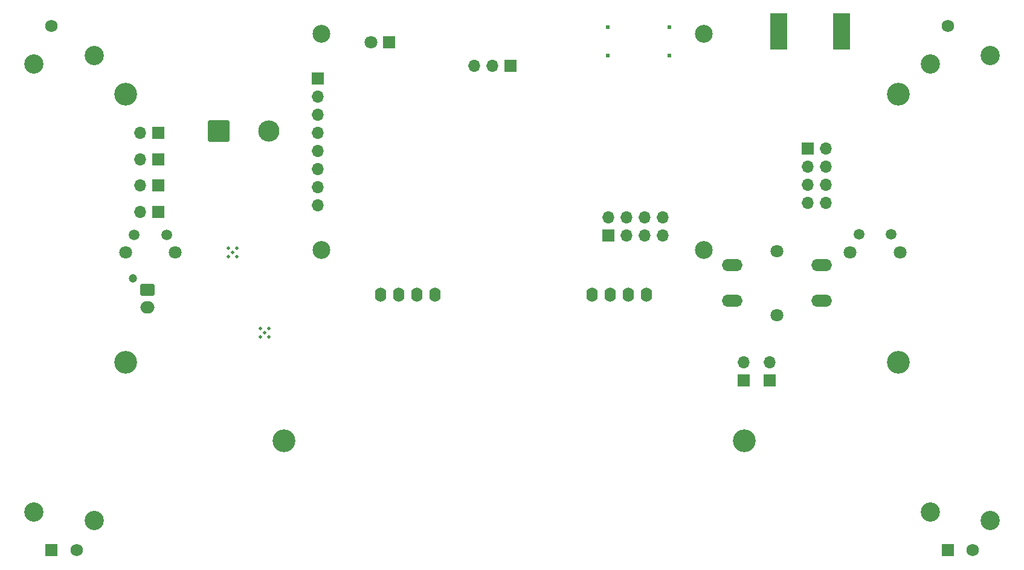
<source format=gbr>
%TF.GenerationSoftware,KiCad,Pcbnew,8.0.7*%
%TF.CreationDate,2025-03-30T10:37:29-04:00*%
%TF.ProjectId,RC-Car-Controller,52432d43-6172-42d4-936f-6e74726f6c6c,rev?*%
%TF.SameCoordinates,Original*%
%TF.FileFunction,Soldermask,Bot*%
%TF.FilePolarity,Negative*%
%FSLAX46Y46*%
G04 Gerber Fmt 4.6, Leading zero omitted, Abs format (unit mm)*
G04 Created by KiCad (PCBNEW 8.0.7) date 2025-03-30 10:37:29*
%MOMM*%
%LPD*%
G01*
G04 APERTURE LIST*
G04 Aperture macros list*
%AMRoundRect*
0 Rectangle with rounded corners*
0 $1 Rounding radius*
0 $2 $3 $4 $5 $6 $7 $8 $9 X,Y pos of 4 corners*
0 Add a 4 corners polygon primitive as box body*
4,1,4,$2,$3,$4,$5,$6,$7,$8,$9,$2,$3,0*
0 Add four circle primitives for the rounded corners*
1,1,$1+$1,$2,$3*
1,1,$1+$1,$4,$5*
1,1,$1+$1,$6,$7*
1,1,$1+$1,$8,$9*
0 Add four rect primitives between the rounded corners*
20,1,$1+$1,$2,$3,$4,$5,0*
20,1,$1+$1,$4,$5,$6,$7,0*
20,1,$1+$1,$6,$7,$8,$9,0*
20,1,$1+$1,$8,$9,$2,$3,0*%
G04 Aperture macros list end*
%ADD10R,1.700000X1.700000*%
%ADD11O,1.700000X1.700000*%
%ADD12R,1.750000X1.750000*%
%ADD13C,1.750000*%
%ADD14C,2.700000*%
%ADD15C,0.500000*%
%ADD16O,1.600000X2.000000*%
%ADD17C,3.200000*%
%ADD18RoundRect,0.102000X1.387500X1.387500X-1.387500X1.387500X-1.387500X-1.387500X1.387500X-1.387500X0*%
%ADD19C,2.979000*%
%ADD20R,1.800000X1.800000*%
%ADD21C,1.800000*%
%ADD22C,2.500000*%
%ADD23C,1.200000*%
%ADD24RoundRect,0.250000X-0.750000X0.600000X-0.750000X-0.600000X0.750000X-0.600000X0.750000X0.600000X0*%
%ADD25O,2.000000X1.700000*%
%ADD26R,2.420000X5.080000*%
%ADD27O,2.900000X1.700000*%
%ADD28C,0.609600*%
%ADD29C,1.498600*%
%ADD30C,1.803400*%
G04 APERTURE END LIST*
D10*
%TO.C,TP6*%
X185928000Y-94361000D03*
D11*
X185928000Y-91821000D03*
%TD*%
D10*
%TO.C,SW2*%
X149606000Y-50292000D03*
D11*
X147066000Y-50292000D03*
X144526000Y-50292000D03*
%TD*%
D10*
%TO.C,J3*%
X163322000Y-74041000D03*
D11*
X163322000Y-71501000D03*
X165862000Y-74041000D03*
X165862000Y-71501000D03*
X168402000Y-74041000D03*
X168402000Y-71501000D03*
X170942000Y-74041000D03*
X170942000Y-71501000D03*
%TD*%
D12*
%TO.C,R45*%
X85250000Y-118164000D03*
D13*
X88750000Y-118164000D03*
X85250000Y-44664000D03*
D14*
X91200000Y-114014000D03*
X82800000Y-112814000D03*
X82800000Y-50014000D03*
X91200000Y-48814000D03*
%TD*%
D10*
%TO.C,J4*%
X191262000Y-61849000D03*
D11*
X193802000Y-61849000D03*
X191262000Y-64389000D03*
X193802000Y-64389000D03*
X191262000Y-66929000D03*
X193802000Y-66929000D03*
X191262000Y-69469000D03*
X193802000Y-69469000D03*
%TD*%
D15*
%TO.C,U2*%
X111207002Y-77043998D03*
X111207002Y-75864001D03*
X110617003Y-76454000D03*
X110027004Y-77043998D03*
X110027004Y-75864001D03*
%TD*%
D16*
%TO.C,Brd2*%
X131380000Y-82360414D03*
X133920000Y-82360414D03*
X136460000Y-82360414D03*
X139000000Y-82360414D03*
%TD*%
D17*
%TO.C,REF\u002A\u002A*%
X95631000Y-91821000D03*
%TD*%
%TO.C,REF\u002A\u002A*%
X182372000Y-102870000D03*
%TD*%
D18*
%TO.C,S1*%
X108712000Y-59436000D03*
D19*
X115712000Y-59436000D03*
%TD*%
D17*
%TO.C,REF\u002A\u002A*%
X95631000Y-54229000D03*
%TD*%
%TO.C,REF\u002A\u002A*%
X203962000Y-54229000D03*
%TD*%
D20*
%TO.C,D3*%
X132588000Y-46990000D03*
D21*
X130048000Y-46990000D03*
%TD*%
D15*
%TO.C,U3*%
X114533500Y-88296800D03*
X115713500Y-88296800D03*
X115123500Y-87706800D03*
X114533500Y-87116800D03*
X115713500Y-87116800D03*
%TD*%
D22*
%TO.C,J6*%
X123060000Y-45810000D03*
X123060000Y-76110000D03*
X176660000Y-45810000D03*
X176660000Y-76110000D03*
D10*
X122560000Y-52070000D03*
D11*
X122560000Y-54610000D03*
X122560000Y-57150000D03*
X122560000Y-59690000D03*
X122560000Y-62230000D03*
X122560000Y-64770000D03*
X122560000Y-67310000D03*
X122560000Y-69850000D03*
%TD*%
D10*
%TO.C,TP4*%
X182245000Y-94366000D03*
D11*
X182245000Y-91826000D03*
%TD*%
D16*
%TO.C,Brd1*%
X161000000Y-82360414D03*
X163540000Y-82360414D03*
X166080000Y-82360414D03*
X168620000Y-82360414D03*
%TD*%
D17*
%TO.C,REF\u002A\u002A*%
X203962000Y-91821000D03*
%TD*%
D23*
%TO.C,J1*%
X96696000Y-80061000D03*
D24*
X98696000Y-81661000D03*
D25*
X98696000Y-84161000D03*
%TD*%
D26*
%TO.C,J5*%
X195958000Y-45466000D03*
X187198000Y-45466000D03*
%TD*%
D21*
%TO.C,SW1*%
X186917000Y-76232000D03*
X186917000Y-85232000D03*
D27*
X180667000Y-78232000D03*
X193167000Y-78232000D03*
X180667000Y-83232000D03*
X193167000Y-83232000D03*
%TD*%
D10*
%TO.C,TP1*%
X100208000Y-59690000D03*
D11*
X97668000Y-59690000D03*
%TD*%
D12*
%TO.C,R48*%
X210848000Y-118188000D03*
D13*
X214348000Y-118188000D03*
X210848000Y-44688000D03*
D14*
X216798000Y-114038000D03*
X208398000Y-112838000D03*
X208398000Y-50038000D03*
X216798000Y-48838000D03*
%TD*%
D10*
%TO.C,TP2*%
X100208000Y-70739000D03*
D11*
X97668000Y-70739000D03*
%TD*%
D17*
%TO.C,REF\u002A\u002A*%
X117856000Y-102870000D03*
%TD*%
D10*
%TO.C,TP3*%
X100208000Y-67056000D03*
D11*
X97668000Y-67056000D03*
%TD*%
D28*
%TO.C,J2*%
X171836070Y-44831911D03*
X171834948Y-48831199D03*
X163193297Y-44825177D03*
X163193000Y-48801000D03*
%TD*%
D10*
%TO.C,TP5*%
X100208000Y-63373000D03*
D11*
X97668000Y-63373000D03*
%TD*%
D29*
%TO.C,SW4*%
X198445999Y-73914000D03*
X202946000Y-73914000D03*
D30*
X197190999Y-76404299D03*
X204201000Y-76404299D03*
%TD*%
D29*
%TO.C,SW3*%
X96860999Y-73936051D03*
X101361000Y-73936051D03*
D30*
X95605999Y-76426350D03*
X102616000Y-76426350D03*
%TD*%
M02*

</source>
